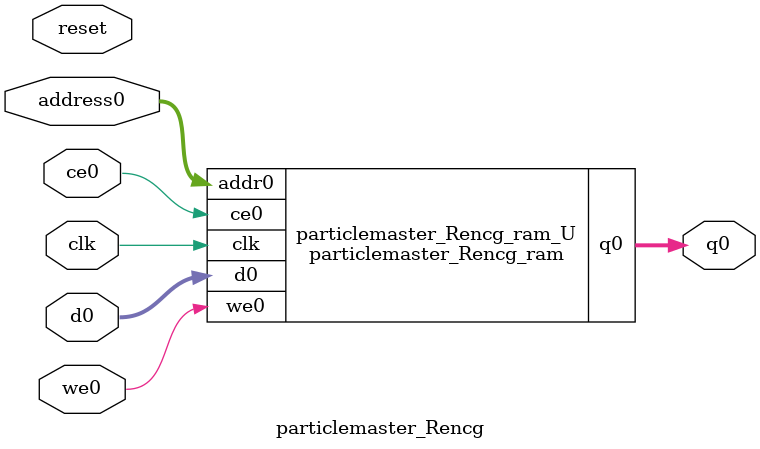
<source format=v>

`timescale 1 ns / 1 ps
module particlemaster_Rencg_ram (addr0, ce0, d0, we0, q0,  clk);

parameter DWIDTH = 32;
parameter AWIDTH = 4;
parameter MEM_SIZE = 10;

input[AWIDTH-1:0] addr0;
input ce0;
input[DWIDTH-1:0] d0;
input we0;
output reg[DWIDTH-1:0] q0;
input clk;

(* ram_style = "distributed" *)reg [DWIDTH-1:0] ram[0:MEM_SIZE-1];




always @(posedge clk)  
begin 
    if (ce0) 
    begin
        if (we0) 
        begin 
            ram[addr0] <= d0; 
            q0 <= d0;
        end 
        else 
            q0 <= ram[addr0];
    end
end


endmodule


`timescale 1 ns / 1 ps
module particlemaster_Rencg(
    reset,
    clk,
    address0,
    ce0,
    we0,
    d0,
    q0);

parameter DataWidth = 32'd32;
parameter AddressRange = 32'd10;
parameter AddressWidth = 32'd4;
input reset;
input clk;
input[AddressWidth - 1:0] address0;
input ce0;
input we0;
input[DataWidth - 1:0] d0;
output[DataWidth - 1:0] q0;



particlemaster_Rencg_ram particlemaster_Rencg_ram_U(
    .clk( clk ),
    .addr0( address0 ),
    .ce0( ce0 ),
    .d0( d0 ),
    .we0( we0 ),
    .q0( q0 ));

endmodule


</source>
